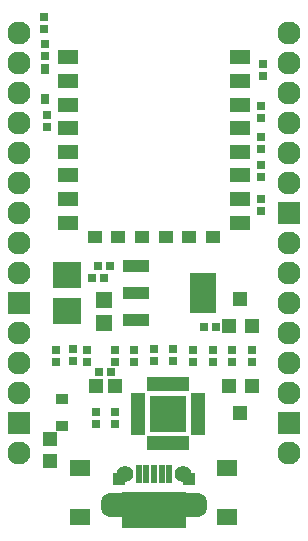
<source format=gts>
G04 Layer_Color=8388736*
%FSAX25Y25*%
%MOIN*%
G70*
G01*
G75*
%ADD40R,0.04300X0.04100*%
%ADD63R,0.28600X0.08200*%
%ADD64R,0.21200X0.12000*%
%ADD65R,0.02800X0.02800*%
%ADD66R,0.01981X0.04737*%
%ADD67R,0.04737X0.01981*%
%ADD68R,0.04737X0.01981*%
%ADD69R,0.01981X0.04737*%
%ADD70R,0.12300X0.12300*%
%ADD71R,0.02800X0.02800*%
%ADD72R,0.04540X0.04737*%
%ADD73R,0.02300X0.06200*%
%ADD74R,0.07099X0.04737*%
%ADD75R,0.04737X0.04343*%
%ADD76R,0.06706X0.05300*%
%ADD77R,0.04737X0.04737*%
%ADD78R,0.09461X0.08674*%
%ADD79R,0.05800X0.05800*%
%ADD80R,0.04068X0.03280*%
%ADD81R,0.02572X0.03556*%
%ADD82R,0.09068X0.04343*%
%ADD83R,0.09068X0.13398*%
%ADD84C,0.05524*%
%ADD85O,0.06706X0.08280*%
%ADD86C,0.07700*%
%ADD87R,0.07700X0.07700*%
D40*
X0296346Y0223783D02*
D03*
X0319646D02*
D03*
D63*
X0307996Y0214933D02*
D03*
D64*
Y0213333D02*
D03*
D65*
X0289296Y0294788D02*
D03*
X0293296D02*
D03*
X0328720Y0274426D02*
D03*
X0324721D02*
D03*
X0289672Y0259339D02*
D03*
X0293672D02*
D03*
X0287272Y0290739D02*
D03*
X0291272D02*
D03*
D66*
X0316633Y0255274D02*
D03*
Y0235589D02*
D03*
X0314665D02*
D03*
X0312696D02*
D03*
X0310728D02*
D03*
X0308759D02*
D03*
X0306791D02*
D03*
Y0255274D02*
D03*
X0308759D02*
D03*
X0310728D02*
D03*
X0312696D02*
D03*
X0314665D02*
D03*
X0318602D02*
D03*
D67*
X0302854Y0243463D02*
D03*
X0322539Y0251337D02*
D03*
Y0249369D02*
D03*
Y0247400D02*
D03*
Y0245432D02*
D03*
Y0243463D02*
D03*
Y0241495D02*
D03*
X0302854Y0239526D02*
D03*
Y0241495D02*
D03*
Y0245432D02*
D03*
Y0247400D02*
D03*
Y0249369D02*
D03*
Y0251337D02*
D03*
D68*
X0322538Y0239528D02*
D03*
D69*
X0318601Y0235591D02*
D03*
D70*
X0312696Y0245432D02*
D03*
D71*
X0281196Y0266933D02*
D03*
Y0262933D02*
D03*
X0271396Y0373833D02*
D03*
Y0377833D02*
D03*
X0294959Y0266857D02*
D03*
Y0262857D02*
D03*
X0327552Y0266857D02*
D03*
Y0262857D02*
D03*
X0340589D02*
D03*
Y0266857D02*
D03*
X0321033Y0262857D02*
D03*
Y0266857D02*
D03*
X0272296Y0340933D02*
D03*
Y0344933D02*
D03*
X0314515Y0262895D02*
D03*
Y0266895D02*
D03*
X0271796Y0364633D02*
D03*
Y0368633D02*
D03*
X0334071Y0262857D02*
D03*
Y0266857D02*
D03*
X0343596Y0312933D02*
D03*
Y0316933D02*
D03*
Y0324283D02*
D03*
Y0328283D02*
D03*
Y0337633D02*
D03*
Y0333633D02*
D03*
X0285696Y0266833D02*
D03*
Y0262833D02*
D03*
X0275403Y0266857D02*
D03*
Y0262857D02*
D03*
X0301477D02*
D03*
Y0266857D02*
D03*
X0288616Y0245933D02*
D03*
Y0241933D02*
D03*
X0295076Y0245933D02*
D03*
Y0241933D02*
D03*
X0307996Y0262895D02*
D03*
Y0266895D02*
D03*
X0344489Y0358008D02*
D03*
Y0362008D02*
D03*
X0343589Y0343908D02*
D03*
Y0347908D02*
D03*
D72*
X0333109Y0274721D02*
D03*
X0340589Y0274721D02*
D03*
X0336849Y0283579D02*
D03*
Y0245817D02*
D03*
X0333109Y0254675D02*
D03*
X0340589Y0254675D02*
D03*
D73*
X0302896Y0225333D02*
D03*
X0310546D02*
D03*
X0313096D02*
D03*
X0307996D02*
D03*
X0305446D02*
D03*
D74*
X0336736Y0309157D02*
D03*
Y0317031D02*
D03*
Y0324905D02*
D03*
Y0332779D02*
D03*
Y0340653D02*
D03*
Y0348527D02*
D03*
Y0356401D02*
D03*
Y0364275D02*
D03*
X0279256D02*
D03*
Y0356401D02*
D03*
Y0348527D02*
D03*
Y0340653D02*
D03*
Y0332779D02*
D03*
Y0324905D02*
D03*
Y0317031D02*
D03*
Y0309157D02*
D03*
D75*
X0288311Y0304433D02*
D03*
X0296185D02*
D03*
X0304059D02*
D03*
X0311933D02*
D03*
X0319807D02*
D03*
X0327681D02*
D03*
D76*
X0332496Y0211163D02*
D03*
Y0227502D02*
D03*
X0283496Y0211163D02*
D03*
Y0227502D02*
D03*
D77*
X0288747Y0254633D02*
D03*
X0295046D02*
D03*
X0273496Y0229789D02*
D03*
Y0236876D02*
D03*
D78*
X0279096Y0279827D02*
D03*
Y0291638D02*
D03*
D79*
X0291296Y0275852D02*
D03*
Y0283252D02*
D03*
D80*
X0277296Y0241443D02*
D03*
Y0250222D02*
D03*
D81*
X0271796Y0350411D02*
D03*
Y0360254D02*
D03*
D82*
X0301876Y0294788D02*
D03*
Y0285733D02*
D03*
Y0276677D02*
D03*
D83*
X0324317Y0285733D02*
D03*
D84*
X0317546Y0225333D02*
D03*
X0298446D02*
D03*
D85*
X0293696Y0214933D02*
D03*
X0322296D02*
D03*
D86*
X0352996Y0232333D02*
D03*
Y0272333D02*
D03*
Y0262333D02*
D03*
Y0252333D02*
D03*
Y0282333D02*
D03*
Y0292333D02*
D03*
Y0302333D02*
D03*
Y0372333D02*
D03*
Y0362333D02*
D03*
Y0352333D02*
D03*
Y0342333D02*
D03*
Y0332333D02*
D03*
Y0322333D02*
D03*
X0262996Y0232333D02*
D03*
Y0272333D02*
D03*
Y0262333D02*
D03*
Y0252333D02*
D03*
Y0292333D02*
D03*
Y0302333D02*
D03*
Y0312333D02*
D03*
Y0372333D02*
D03*
Y0362333D02*
D03*
Y0352333D02*
D03*
Y0342333D02*
D03*
Y0332333D02*
D03*
Y0322333D02*
D03*
D87*
X0352996Y0242333D02*
D03*
Y0312333D02*
D03*
X0262996Y0242333D02*
D03*
Y0282333D02*
D03*
M02*

</source>
